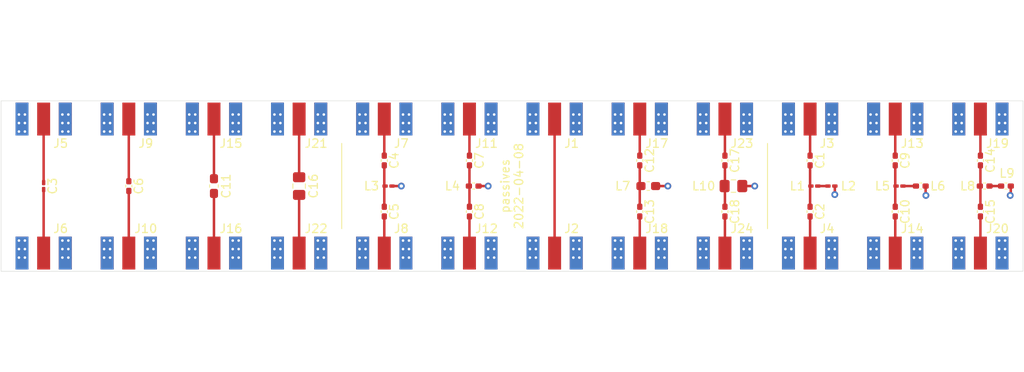
<source format=kicad_pcb>
(kicad_pcb (version 20211014) (generator pcbnew)
  (layers (0 "F.Cu" signal) (1 "In1.Cu" signal) (2 "In2.Cu" signal) (31 "B.Cu" signal) (34 "B.Paste" user) (35 "F.Paste" user) (36 "B.SilkS" user "B.Silkscreen") (37 "F.SilkS" user "F.Silkscreen") (38 "B.Mask" user) (39 "F.Mask" user) (44 "Edge.Cuts" user))
  (net 0 "")
  (net 1 "Net-(C1-Pad2)")
  (net 2 "Net-(C1-Pad1)")
  (net 3 "Net-(C2-Pad2)")
  (net 4 "Net-(C3-Pad2)")
  (net 5 "Net-(C3-Pad1)")
  (net 6 "Net-(C4-Pad2)")
  (net 7 "Net-(C4-Pad1)")
  (net 8 "Net-(C5-Pad2)")
  (net 9 "GND")
  (net 10 "Net-(C6-Pad1)")
  (net 11 "Net-(C7-Pad2)")
  (net 12 "Net-(C7-Pad1)")
  (net 13 "Net-(C8-Pad2)")
  (net 14 "Net-(C6-Pad2)")
  (net 15 "Net-(C12-Pad2)")
  (net 16 "Net-(C9-Pad1)")
  (net 17 "Net-(C10-Pad2)")
  (net 18 "Net-(C10-Pad1)")
  (net 19 "Net-(C11-Pad2)")
  (net 20 "Net-(C11-Pad1)")
  (net 21 "Net-(C12-Pad1)")
  (net 22 "Net-(C13-Pad2)")
  (net 23 "Net-(C14-Pad2)")
  (net 24 "Net-(C14-Pad1)")
  (net 25 "Net-(C15-Pad2)")
  (net 26 "Net-(J1-Pad1)")
  (net 27 "Net-(C16-Pad2)")
  (net 28 "Net-(C16-Pad1)")
  (net 29 "Net-(C17-Pad2)")
  (net 30 "Net-(C17-Pad1)")
  (net 31 "Net-(C18-Pad2)")
  (net 32 "Net-(L1-Pad2)")
  (net 33 "Net-(L5-Pad2)")
  (net 34 "Net-(L8-Pad2)")
  (footprint "passives:SMA-EDGE" (layer "F.Cu") (at 160 100 -90)
    (fp_text reference "J17")
    (fp_text value "Conn_Coaxial")
  )
  (footprint "Capacitor_SMD:C_0402_1005Metric_Pad0.74x0.62mm_HandSolder" (layer "F.Cu") (at 200 107 -90)
    (fp_text reference "C14")
    (fp_text value "C")
  )
  (footprint "Capacitor_SMD:C_0201_0603Metric_Pad0.64x0.40mm_HandSolder" (layer "F.Cu") (at 180.5 110)
    (fp_text reference "L1")
    (fp_text value "L")
  )
  (footprint "Capacitor_SMD:C_0402_1005Metric_Pad0.74x0.62mm_HandSolder" (layer "F.Cu") (at 203 110)
    (fp_text reference "L9")
    (fp_text value "L")
  )
  (footprint "Capacitor_SMD:C_0201_0603Metric_Pad0.64x0.40mm_HandSolder" (layer "F.Cu") (at 90 110 -90)
    (fp_text reference "C3")
    (fp_text value "C")
  )
  (footprint "Capacitor_SMD:C_0603_1608Metric_Pad1.08x0.95mm_HandSolder" (layer "F.Cu") (at 161 110)
    (fp_text reference "L7")
    (fp_text value "L")
  )
  (footprint "passives:SMA-EDGE" (layer "F.Cu") (at 180 100 -90)
    (fp_text reference "J3")
    (fp_text value "Conn_Coaxial")
  )
  (footprint "Capacitor_SMD:C_0402_1005Metric_Pad0.74x0.62mm_HandSolder" (layer "F.Cu") (at 140 107 -90)
    (fp_text reference "C7")
    (fp_text value "C")
  )
  (footprint "Capacitor_SMD:C_0805_2012Metric_Pad1.18x1.45mm_HandSolder" (layer "F.Cu") (at 171 110)
    (fp_text reference "L10")
    (fp_text value "L")
  )
  (footprint "Capacitor_SMD:C_0402_1005Metric_Pad0.74x0.62mm_HandSolder" (layer "F.Cu") (at 140.5 110)
    (fp_text reference "L4")
    (fp_text value "L")
  )
  (footprint "Capacitor_SMD:C_0402_1005Metric_Pad0.74x0.62mm_HandSolder" (layer "F.Cu") (at 180 113 -90)
    (fp_text reference "C2")
    (fp_text value "C")
  )
  (footprint "Capacitor_SMD:C_0201_0603Metric_Pad0.64x0.40mm_HandSolder" (layer "F.Cu") (at 130.5 110)
    (fp_text reference "L3")
    (fp_text value "L")
  )
  (footprint "passives:SMA-EDGE" (layer "F.Cu") (at 180 120 90)
    (fp_text reference "J4")
    (fp_text value "Conn_Coaxial")
  )
  (footprint "Capacitor_SMD:C_0402_1005Metric_Pad0.74x0.62mm_HandSolder" (layer "F.Cu") (at 193 110)
    (fp_text reference "L6")
    (fp_text value "L")
  )
  (footprint "passives:SMA-EDGE" (layer "F.Cu") (at 190 120 90)
    (fp_text reference "J14")
    (fp_text value "Conn_Coaxial")
  )
  (footprint "passives:SMA-EDGE" (layer "F.Cu") (at 160 120 90)
    (fp_text reference "J18")
    (fp_text value "Conn_Coaxial")
  )
  (footprint "passives:SMA-EDGE" (layer "F.Cu") (at 140 100 -90)
    (fp_text reference "J11")
    (fp_text value "Conn_Coaxial")
  )
  (footprint "passives:SMA-EDGE" (layer "F.Cu") (at 150 120 90)
    (fp_text reference "J2")
    (fp_text value "Conn_Coaxial")
  )
  (footprint "Capacitor_SMD:C_0402_1005Metric_Pad0.74x0.62mm_HandSolder" (layer "F.Cu") (at 170 113 -90)
    (fp_text reference "C18")
    (fp_text value "C")
  )
  (footprint "passives:SMA-EDGE" (layer "F.Cu") (at 130 120 90)
    (fp_text reference "J8")
    (fp_text value "Conn_Coaxial")
  )
  (footprint "passives:SMA-EDGE" (layer "F.Cu") (at 90 120 90)
    (fp_text reference "J6")
    (fp_text value "Conn_Coaxial")
  )
  (footprint "Capacitor_SMD:C_0402_1005Metric_Pad0.74x0.62mm_HandSolder" (layer "F.Cu") (at 160 113 -90)
    (fp_text reference "C13")
    (fp_text value "C")
  )
  (footprint "passives:SMA-EDGE" (layer "F.Cu") (at 90 100 -90)
    (fp_text reference "J5")
    (fp_text value "Conn_Coaxial")
  )
  (footprint "passives:SMA-EDGE" (layer "F.Cu") (at 140 120 90)
    (fp_text reference "J12")
    (fp_text value "Conn_Coaxial")
  )
  (footprint "Capacitor_SMD:C_0402_1005Metric_Pad0.74x0.62mm_HandSolder" (layer "F.Cu") (at 170 107 -90)
    (fp_text reference "C17")
    (fp_text value "C")
  )
  (footprint "Capacitor_SMD:C_0201_0603Metric_Pad0.64x0.40mm_HandSolder" (layer "F.Cu") (at 190.5 110)
    (fp_text reference "L5")
    (fp_text value "L")
  )
  (footprint "passives:SMA-EDGE" (layer "F.Cu") (at 200 120 90)
    (fp_text reference "J20")
    (fp_text value "Conn_Coaxial")
  )
  (footprint "passives:SMA-EDGE" (layer "F.Cu") (at 120 120 90)
    (fp_text reference "J22")
    (fp_text value "Conn_Coaxial")
  )
  (footprint "passives:SMA-EDGE" (layer "F.Cu") (at 110 100 -90)
    (fp_text reference "J15")
    (fp_text value "Conn_Coaxial")
  )
  (footprint "Capacitor_SMD:C_0402_1005Metric_Pad0.74x0.62mm_HandSolder" (layer "F.Cu") (at 200 113 -90)
    (fp_text reference "C15")
    (fp_text value "C")
  )
  (footprint "passives:SMA-EDGE" (layer "F.Cu") (at 190 100 -90)
    (fp_text reference "J13")
    (fp_text value "Conn_Coaxial")
  )
  (footprint "passives:SMA-EDGE" (layer "F.Cu") (at 100 100 -90)
    (fp_text reference "J9")
    (fp_text value "Conn_Coaxial")
  )
  (footprint "Capacitor_SMD:C_0402_1005Metric_Pad0.74x0.62mm_HandSolder" (layer "F.Cu") (at 130 113 -90)
    (fp_text reference "C5")
    (fp_text value "C")
  )
  (footprint "passives:SMA-EDGE" (layer "F.Cu") (at 200 100 -90)
    (fp_text reference "J19")
    (fp_text value "Conn_Coaxial")
  )
  (footprint "Capacitor_SMD:C_0402_1005Metric_Pad0.74x0.62mm_HandSolder" (layer "F.Cu") (at 190 107 -90)
    (fp_text reference "C9")
    (fp_text value "C")
  )
  (footprint "Capacitor_SMD:C_0805_2012Metric_Pad1.18x1.45mm_HandSolder" (layer "F.Cu") (at 120 110 -90)
    (fp_text reference "C16")
    (fp_text value "C")
  )
  (footprint "Capacitor_SMD:C_0402_1005Metric_Pad0.74x0.62mm_HandSolder" (layer "F.Cu") (at 180 107 -90)
    (fp_text reference "C1")
    (fp_text value "C")
  )
  (footprint "Capacitor_SMD:C_0201_0603Metric_Pad0.64x0.40mm_HandSolder" (layer "F.Cu") (at 182.5 110)
    (fp_text reference "L2")
    (fp_text value "L")
  )
  (footprint "passives:SMA-EDGE" (layer "F.Cu") (at 100 120 90)
    (fp_text reference "J10")
    (fp_text value "Conn_Coaxial")
  )
  (footprint "Capacitor_SMD:C_0402_1005Metric_Pad0.74x0.62mm_HandSolder" (layer "F.Cu") (at 200.5 110)
    (fp_text reference "L8")
    (fp_text value "L")
  )
  (footprint "Capacitor_SMD:C_0603_1608Metric_Pad1.08x0.95mm_HandSolder" (layer "F.Cu") (at 110 110 -90)
    (fp_text reference "C11")
    (fp_text value "C")
  )
  (footprint "passives:SMA-EDGE" (layer "F.Cu") (at 150 100 -90)
    (fp_text reference "J1")
    (fp_text value "Conn_Coaxial")
  )
  (footprint "Capacitor_SMD:C_0402_1005Metric_Pad0.74x0.62mm_HandSolder" (layer "F.Cu") (at 140 113 -90)
    (fp_text reference "C8")
    (fp_text value "C")
  )
  (footprint "Capacitor_SMD:C_0402_1005Metric_Pad0.74x0.62mm_HandSolder" (layer "F.Cu") (at 130 107 -90)
    (fp_text reference "C4")
    (fp_text value "C")
  )
  (footprint "passives:SMA-EDGE" (layer "F.Cu") (at 170 100 -90)
    (fp_text reference "J23")
    (fp_text value "Conn_Coaxial")
  )
  (footprint "Capacitor_SMD:C_0402_1005Metric_Pad0.74x0.62mm_HandSolder" (layer "F.Cu") (at 190 113 -90)
    (fp_text reference "C10")
    (fp_text value "C")
  )
  (footprint "passives:SMA-EDGE" (layer "F.Cu") (at 110 120 90)
    (fp_text reference "J16")
    (fp_text value "Conn_Coaxial")
  )
  (footprint "passives:SMA-EDGE" (layer "F.Cu") (at 170 120 90)
    (fp_text reference "J24")
    (fp_text value "Conn_Coaxial")
  )
  (footprint "passives:SMA-EDGE" (layer "F.Cu") (at 120 100 -90)
    (fp_text reference "J21")
    (fp_text value "Conn_Coaxial")
  )
  (footprint "passives:SMA-EDGE" (layer "F.Cu") (at 130 100 -90)
    (fp_text reference "J7")
    (fp_text value "Conn_Coaxial")
  )
  (footprint "Capacitor_SMD:C_0402_1005Metric_Pad0.74x0.62mm_HandSolder" (layer "F.Cu") (at 100 110 -90)
    (fp_text reference "C6")
    (fp_text value "C")
  )
  (footprint "Capacitor_SMD:C_0402_1005Metric_Pad0.74x0.62mm_HandSolder" (layer "F.Cu") (at 160 107 -90)
    (fp_text reference "C12")
    (fp_text value "C")
  )
  (gr_line (start 175 105) (end 175 115) (layer "F.SilkS") (width 0.12))
  (gr_line (start 125 105) (end 125 115) (layer "F.SilkS") (width 0.12))
  (gr_line (start 85 100) (end 205 100) (layer "Edge.Cuts") (width 0.05))
  (gr_line (start 85 120) (end 85 100) (layer "Edge.Cuts") (width 0.05))
  (gr_line (start 205 120) (end 85 120) (layer "Edge.Cuts") (width 0.05))
  (gr_line (start 205 100) (end 205 120) (layer "Edge.Cuts") (width 0.05))
  (gr_text "passives\n2022-04-08" (at 145 110 90) (layer "F.SilkS") (effects (font (size 1 1))))
  (segment (start 180 110.0925) (end 180.0925 110) (width 0.29337) (layer "F.Cu") (net 1))
  (segment (start 180 109.9075) (end 180.0925 110) (width 0.29337) (layer "F.Cu") (net 1))
  (segment (start 180 112.4325) (end 180 110.0925) (width 0.29337) (layer "F.Cu") (net 1))
  (segment (start 180 107.5675) (end 180 109.9075) (width 0.29337) (layer "F.Cu") (net 1))
  (segment (start 180 106.4325) (end 180 102.132) (width 0.29337) (layer "F.Cu") (net 2))
  (segment (start 180 113.5675) (end 180 117.868) (width 0.29337) (layer "F.Cu") (net 3))
  (segment (start 90 110.4075) (end 90 117.868) (width 0.29337) (layer "F.Cu") (net 4))
  (segment (start 90 109.5925) (end 90 102.132) (width 0.29337) (layer "F.Cu") (net 5))
  (segment (start 130 109.9075) (end 130.0925 110) (width 0.29337) (layer "F.Cu") (net 6))
  (segment (start 130 110.0925) (end 130.0925 110) (width 0.29337) (layer "F.Cu") (net 6))
  (segment (start 130 112.4325) (end 130 110.0925) (width 0.29337) (layer "F.Cu") (net 6))
  (segment (start 130 107.5675) (end 130 109.9075) (width 0.29337) (layer "F.Cu") (net 6))
  (segment (start 130 106.4325) (end 130 102.132) (width 0.29337) (layer "F.Cu") (net 7))
  (segment (start 130 113.5675) (end 130 117.868) (width 0.29337) (layer "F.Cu") (net 8))
  (segment (start 130.9075 110) (end 132 110) (width 0.29337) (layer "F.Cu") (net 9))
  (segment (start 193.5675 110) (end 193.5675 111.0675) (width 0.29337) (layer "F.Cu") (net 9))
  (segment (start 193.5675 111.0675) (end 193.6 111.1) (width 0.29337) (layer "F.Cu") (net 9))
  (segment (start 182.9075 110) (end 182.9075 110.9925) (width 0.29337) (layer "F.Cu") (net 9))
  (segment (start 161.8625 110) (end 163.3 110) (width 0.29337) (layer "F.Cu") (net 9))
  (segment (start 172.0375 110) (end 173.5 110) (width 0.29337) (layer "F.Cu") (net 9))
  (segment (start 203.5675 110) (end 203.5675 111.0325) (width 0.29337) (layer "F.Cu") (net 9))
  (segment (start 203.5675 111.0325) (end 203.5 111.1) (width 0.29337) (layer "F.Cu") (net 9))
  (segment (start 182.9075 110.9925) (end 182.9 111) (width 0.29337) (layer "F.Cu") (net 9))
  (segment (start 141.0675 110) (end 142.2 110) (width 0.29337) (layer "F.Cu") (net 9))
  (via (at 132 110) (size 0.8) (drill 0.4) (layers "F.Cu" "B.Cu") (net 9))
  (via (at 142.2 110) (size 0.8) (drill 0.4) (layers "F.Cu" "B.Cu") (net 9))
  (via (at 182.9 111) (size 0.8) (drill 0.4) (layers "F.Cu" "B.Cu") (net 9))
  (via (at 173.5 110) (size 0.8) (drill 0.4) (layers "F.Cu" "B.Cu") (net 9))
  (via (at 203.5 111.1) (size 0.8) (drill 0.4) (layers "F.Cu" "B.Cu") (net 9))
  (via (at 163.3 110) (size 0.8) (drill 0.4) (layers "F.Cu" "B.Cu") (net 9))
  (via (at 193.6 111.1) (size 0.8) (drill 0.4) (layers "F.Cu" "B.Cu") (net 9))
  (segment (start 100 109.4325) (end 100 102.132) (width 0.29337) (layer "F.Cu") (net 10))
  (segment (start 140 110) (end 139.9325 110) (width 0.29337) (layer "F.Cu") (net 11))
  (segment (start 140 107.5675) (end 140 109.9325) (width 0.29337) (layer "F.Cu") (net 11))
  (segment (start 140 109.9325) (end 139.9325 110) (width 0.29337) (layer "F.Cu") (net 11))
  (segment (start 140 112.4325) (end 140 110) (width 0.29337) (layer "F.Cu") (net 11))
  (segment (start 140 106.4325) (end 140 102.132) (width 0.29337) (layer "F.Cu") (net 12))
  (segment (start 140 113.5675) (end 140 117.868) (width 0.29337) (layer "F.Cu") (net 13))
  (segment (start 100 110.5675) (end 100 117.868) (width 0.29337) (layer "F.Cu") (net 14))
  (segment (start 160 107.5675) (end 160 109.8625) (width 0.29337) (layer "F.Cu") (net 15))
  (segment (start 160 109.8625) (end 160.1375 110) (width 0.29337) (layer "F.Cu") (net 15))
  (segment (start 160 112.4325) (end 160 110.1375) (width 0.29337) (layer "F.Cu") (net 15))
  (segment (start 160 110.1375) (end 160.1375 110) (width 0.29337) (layer "F.Cu") (net 15))
  (segment (start 190 106.4325) (end 190 102.132) (width 0.29337) (layer "F.Cu") (net 16))
  (segment (start 190 113.5675) (end 190 117.868) (width 0.29337) (layer "F.Cu") (net 17))
  (segment (start 190 110.0925) (end 190.0925 110) (width 0.29337) (layer "F.Cu") (net 18))
  (segment (start 190 107.5675) (end 190 109.9075) (width 0.29337) (layer "F.Cu") (net 18))
  (segment (start 190 109.9075) (end 190.0925 110) (width 0.29337) (layer "F.Cu") (net 18))
  (segment (start 190 112.4325) (end 190 110.0925) (width 0.29337) (layer "F.Cu") (net 18))
  (segment (start 110 110.8625) (end 110 117.868) (width 0.29337) (layer "F.Cu") (net 19))
  (segment (start 110 109.1375) (end 110 102.132) (width 0.29337) (layer "F.Cu") (net 20))
  (segment (start 160 106.4325) (end 160 102.132) (width 0.29337) (layer "F.Cu") (net 21))
  (segment (start 160 113.5675) (end 160 117.868) (width 0.29337) (layer "F.Cu") (net 22))
  (segment (start 200 109.9325) (end 199.9325 110) (width 0.29337) (layer "F.Cu") (net 23))
  (segment (start 200 110.0675) (end 199.9325 110) (width 0.29337) (layer "F.Cu") (net 23))
  (segment (start 200 112.4325) (end 200 110.0675) (width 0.29337) (layer "F.Cu") (net 23))
  (segment (start 200 107.5675) (end 200 109.9325) (width 0.29337) (layer "F.Cu") (net 23))
  (segment (start 200 102.132) (end 200 106.4325) (width 0.29337) (layer "F.Cu") (net 24))
  (segment (start 200 113.5675) (end 200 117.868) (width 0.29337) (layer "F.Cu") (net 25))
  (segment (start 150 102.132) (end 150 117.868) (width 0.29337) (layer "F.Cu") (net 26))
  (segment (start 120 111.0375) (end 120 117.868) (width 0.29337) (layer "F.Cu") (net 27))
  (segment (start 120 108.9625) (end 120 102.132) (width 0.29337) (layer "F.Cu") (net 28))
  (segment (start 170 107.5675) (end 170 109.9625) (width 0.29337) (layer "F.Cu") (net 29))
  (segment (start 170 110.0375) (end 169.9625 110) (width 0.29337) (layer "F.Cu") (net 29))
  (segment (start 170 112.4325) (end 170 110.0375) (width 0.29337) (layer "F.Cu") (net 29))
  (segment (start 170 109.9625) (end 169.9625 110) (width 0.29337) (layer "F.Cu") (net 29))
  (segment (start 170 106.4325) (end 170 102.132) (width 0.29337) (layer "F.Cu") (net 30))
  (segment (start 170 113.5675) (end 170 117.868) (width 0.29337) (layer "F.Cu") (net 31))
  (segment (start 180.9075 110) (end 182.0925 110) (width 0.29337) (layer "F.Cu") (net 32))
  (segment (start 190.9075 110) (end 192.4325 110) (width 0.29337) (layer "F.Cu") (net 33))
  (segment (start 201.0675 110) (end 202.4325 110) (width 0.29337) (layer "F.Cu") (net 34))
)
</source>
